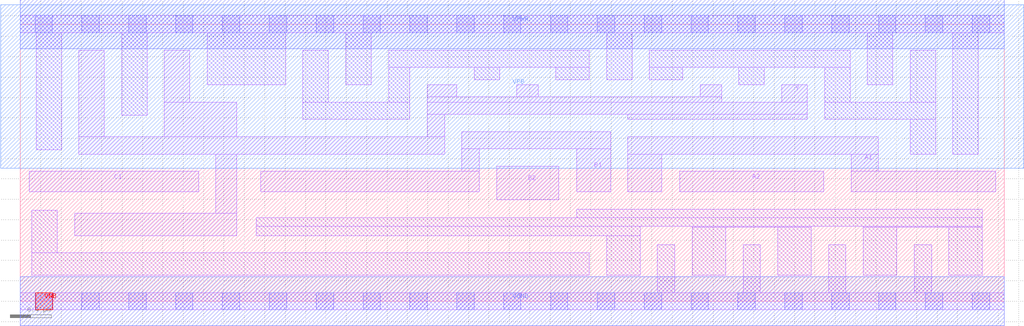
<source format=lef>
# Copyright 2020 The SkyWater PDK Authors
#
# Licensed under the Apache License, Version 2.0 (the "License");
# you may not use this file except in compliance with the License.
# You may obtain a copy of the License at
#
#     https://www.apache.org/licenses/LICENSE-2.0
#
# Unless required by applicable law or agreed to in writing, software
# distributed under the License is distributed on an "AS IS" BASIS,
# WITHOUT WARRANTIES OR CONDITIONS OF ANY KIND, either express or implied.
# See the License for the specific language governing permissions and
# limitations under the License.
#
# SPDX-License-Identifier: Apache-2.0

VERSION 5.7 ;
  NOWIREEXTENSIONATPIN ON ;
  DIVIDERCHAR "/" ;
  BUSBITCHARS "[]" ;
MACRO sky130_fd_sc_hd__o221ai_4
  CLASS CORE ;
  FOREIGN sky130_fd_sc_hd__o221ai_4 ;
  ORIGIN  0.000000  0.000000 ;
  SIZE  9.660000 BY  2.720000 ;
  SYMMETRY X Y R90 ;
  SITE unithd ;
  PIN A1
    ANTENNAGATEAREA  0.990000 ;
    DIRECTION INPUT ;
    USE SIGNAL ;
    PORT
      LAYER li1 ;
        RECT 5.965000 1.075000 6.295000 1.445000 ;
        RECT 5.965000 1.445000 8.420000 1.615000 ;
        RECT 8.155000 1.075000 9.575000 1.275000 ;
        RECT 8.155000 1.275000 8.420000 1.445000 ;
    END
  END A1
  PIN A2
    ANTENNAGATEAREA  0.990000 ;
    DIRECTION INPUT ;
    USE SIGNAL ;
    PORT
      LAYER li1 ;
        RECT 6.475000 1.075000 7.885000 1.275000 ;
    END
  END A2
  PIN B1
    ANTENNAGATEAREA  0.990000 ;
    DIRECTION INPUT ;
    USE SIGNAL ;
    PORT
      LAYER li1 ;
        RECT 2.360000 1.075000 4.505000 1.275000 ;
        RECT 4.335000 1.275000 4.505000 1.495000 ;
        RECT 4.335000 1.495000 5.795000 1.665000 ;
        RECT 5.465000 1.075000 5.795000 1.495000 ;
    END
  END B1
  PIN B2
    ANTENNAGATEAREA  0.990000 ;
    DIRECTION INPUT ;
    USE SIGNAL ;
    PORT
      LAYER li1 ;
        RECT 4.675000 0.995000 5.285000 1.325000 ;
    END
  END B2
  PIN C1
    ANTENNAGATEAREA  0.990000 ;
    DIRECTION INPUT ;
    USE SIGNAL ;
    PORT
      LAYER li1 ;
        RECT 0.090000 1.075000 1.750000 1.275000 ;
    END
  END C1
  PIN VNB
    PORT
      LAYER pwell ;
        RECT 0.150000 -0.085000 0.320000 0.085000 ;
    END
  END VNB
  PIN VPB
    PORT
      LAYER nwell ;
        RECT -0.190000 1.305000 9.850000 2.910000 ;
    END
  END VPB
  PIN Y
    ANTENNADIFFAREA  1.971000 ;
    DIRECTION OUTPUT ;
    USE SIGNAL ;
    PORT
      LAYER li1 ;
        RECT 0.535000 0.645000 2.125000 0.865000 ;
        RECT 0.575000 1.445000 4.165000 1.615000 ;
        RECT 0.575000 1.615000 0.825000 2.465000 ;
        RECT 1.415000 1.615000 2.125000 1.955000 ;
        RECT 1.415000 1.955000 1.665000 2.465000 ;
        RECT 1.920000 0.865000 2.125000 1.445000 ;
        RECT 3.995000 1.615000 4.165000 1.835000 ;
        RECT 3.995000 1.835000 7.725000 1.955000 ;
        RECT 3.995000 1.955000 6.885000 2.005000 ;
        RECT 3.995000 2.005000 4.285000 2.125000 ;
        RECT 4.875000 2.005000 5.085000 2.125000 ;
        RECT 5.965000 1.785000 7.725000 1.835000 ;
        RECT 6.675000 2.005000 6.885000 2.125000 ;
        RECT 7.475000 1.955000 7.725000 2.125000 ;
    END
  END Y
  PIN VGND
    DIRECTION INOUT ;
    SHAPE ABUTMENT ;
    USE GROUND ;
    PORT
      LAYER met1 ;
        RECT 0.000000 -0.240000 9.660000 0.240000 ;
    END
  END VGND
  PIN VPWR
    DIRECTION INOUT ;
    SHAPE ABUTMENT ;
    USE POWER ;
    PORT
      LAYER met1 ;
        RECT 0.000000 2.480000 9.660000 2.960000 ;
    END
  END VPWR
  OBS
    LAYER li1 ;
      RECT 0.000000 -0.085000 9.660000 0.085000 ;
      RECT 0.000000  2.635000 9.660000 2.805000 ;
      RECT 0.115000  0.255000 5.585000 0.475000 ;
      RECT 0.115000  0.475000 0.365000 0.895000 ;
      RECT 0.155000  1.485000 0.405000 2.635000 ;
      RECT 0.995000  1.825000 1.245000 2.635000 ;
      RECT 1.835000  2.125000 2.605000 2.635000 ;
      RECT 2.315000  0.645000 6.085000 0.735000 ;
      RECT 2.315000  0.735000 9.445000 0.820000 ;
      RECT 2.775000  1.785000 3.825000 1.955000 ;
      RECT 2.775000  1.955000 3.025000 2.465000 ;
      RECT 3.195000  2.125000 3.445000 2.635000 ;
      RECT 3.615000  1.955000 3.825000 2.295000 ;
      RECT 3.615000  2.295000 5.585000 2.465000 ;
      RECT 4.455000  2.175000 4.705000 2.295000 ;
      RECT 5.255000  2.175000 5.585000 2.295000 ;
      RECT 5.465000  0.820000 9.445000 0.905000 ;
      RECT 5.755000  0.255000 6.085000 0.645000 ;
      RECT 5.755000  2.175000 6.005000 2.635000 ;
      RECT 6.175000  2.175000 6.505000 2.295000 ;
      RECT 6.175000  2.295000 8.145000 2.465000 ;
      RECT 6.255000  0.085000 6.425000 0.555000 ;
      RECT 6.595000  0.255000 6.925000 0.725000 ;
      RECT 6.595000  0.725000 7.765000 0.735000 ;
      RECT 7.055000  2.125000 7.305000 2.295000 ;
      RECT 7.095000  0.085000 7.265000 0.555000 ;
      RECT 7.435000  0.255000 7.765000 0.725000 ;
      RECT 7.895000  1.785000 8.985000 1.955000 ;
      RECT 7.895000  1.955000 8.145000 2.295000 ;
      RECT 7.935000  0.085000 8.105000 0.555000 ;
      RECT 8.275000  0.255000 8.605000 0.725000 ;
      RECT 8.275000  0.725000 9.445000 0.735000 ;
      RECT 8.315000  2.125000 8.565000 2.635000 ;
      RECT 8.735000  1.445000 8.985000 1.785000 ;
      RECT 8.735000  1.955000 8.985000 2.465000 ;
      RECT 8.775000  0.085000 8.945000 0.555000 ;
      RECT 9.115000  0.255000 9.445000 0.725000 ;
      RECT 9.155000  1.445000 9.405000 2.635000 ;
    LAYER mcon ;
      RECT 0.145000 -0.085000 0.315000 0.085000 ;
      RECT 0.145000  2.635000 0.315000 2.805000 ;
      RECT 0.605000 -0.085000 0.775000 0.085000 ;
      RECT 0.605000  2.635000 0.775000 2.805000 ;
      RECT 1.065000 -0.085000 1.235000 0.085000 ;
      RECT 1.065000  2.635000 1.235000 2.805000 ;
      RECT 1.525000 -0.085000 1.695000 0.085000 ;
      RECT 1.525000  2.635000 1.695000 2.805000 ;
      RECT 1.985000 -0.085000 2.155000 0.085000 ;
      RECT 1.985000  2.635000 2.155000 2.805000 ;
      RECT 2.445000 -0.085000 2.615000 0.085000 ;
      RECT 2.445000  2.635000 2.615000 2.805000 ;
      RECT 2.905000 -0.085000 3.075000 0.085000 ;
      RECT 2.905000  2.635000 3.075000 2.805000 ;
      RECT 3.365000 -0.085000 3.535000 0.085000 ;
      RECT 3.365000  2.635000 3.535000 2.805000 ;
      RECT 3.825000 -0.085000 3.995000 0.085000 ;
      RECT 3.825000  2.635000 3.995000 2.805000 ;
      RECT 4.285000 -0.085000 4.455000 0.085000 ;
      RECT 4.285000  2.635000 4.455000 2.805000 ;
      RECT 4.745000 -0.085000 4.915000 0.085000 ;
      RECT 4.745000  2.635000 4.915000 2.805000 ;
      RECT 5.205000 -0.085000 5.375000 0.085000 ;
      RECT 5.205000  2.635000 5.375000 2.805000 ;
      RECT 5.665000 -0.085000 5.835000 0.085000 ;
      RECT 5.665000  2.635000 5.835000 2.805000 ;
      RECT 6.125000 -0.085000 6.295000 0.085000 ;
      RECT 6.125000  2.635000 6.295000 2.805000 ;
      RECT 6.585000 -0.085000 6.755000 0.085000 ;
      RECT 6.585000  2.635000 6.755000 2.805000 ;
      RECT 7.045000 -0.085000 7.215000 0.085000 ;
      RECT 7.045000  2.635000 7.215000 2.805000 ;
      RECT 7.505000 -0.085000 7.675000 0.085000 ;
      RECT 7.505000  2.635000 7.675000 2.805000 ;
      RECT 7.965000 -0.085000 8.135000 0.085000 ;
      RECT 7.965000  2.635000 8.135000 2.805000 ;
      RECT 8.425000 -0.085000 8.595000 0.085000 ;
      RECT 8.425000  2.635000 8.595000 2.805000 ;
      RECT 8.885000 -0.085000 9.055000 0.085000 ;
      RECT 8.885000  2.635000 9.055000 2.805000 ;
      RECT 9.345000 -0.085000 9.515000 0.085000 ;
      RECT 9.345000  2.635000 9.515000 2.805000 ;
  END
END sky130_fd_sc_hd__o221ai_4
END LIBRARY

</source>
